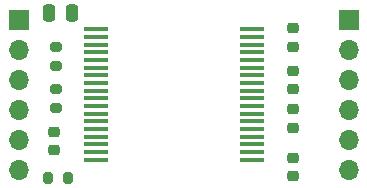
<source format=gbr>
%TF.GenerationSoftware,KiCad,Pcbnew,(6.0.7)*%
%TF.CreationDate,2023-04-08T21:33:57+09:00*%
%TF.ProjectId,motordriver,6d6f746f-7264-4726-9976-65722e6b6963,rev?*%
%TF.SameCoordinates,Original*%
%TF.FileFunction,Soldermask,Top*%
%TF.FilePolarity,Negative*%
%FSLAX46Y46*%
G04 Gerber Fmt 4.6, Leading zero omitted, Abs format (unit mm)*
G04 Created by KiCad (PCBNEW (6.0.7)) date 2023-04-08 21:33:57*
%MOMM*%
%LPD*%
G01*
G04 APERTURE LIST*
G04 Aperture macros list*
%AMRoundRect*
0 Rectangle with rounded corners*
0 $1 Rounding radius*
0 $2 $3 $4 $5 $6 $7 $8 $9 X,Y pos of 4 corners*
0 Add a 4 corners polygon primitive as box body*
4,1,4,$2,$3,$4,$5,$6,$7,$8,$9,$2,$3,0*
0 Add four circle primitives for the rounded corners*
1,1,$1+$1,$2,$3*
1,1,$1+$1,$4,$5*
1,1,$1+$1,$6,$7*
1,1,$1+$1,$8,$9*
0 Add four rect primitives between the rounded corners*
20,1,$1+$1,$2,$3,$4,$5,0*
20,1,$1+$1,$4,$5,$6,$7,0*
20,1,$1+$1,$6,$7,$8,$9,0*
20,1,$1+$1,$8,$9,$2,$3,0*%
G04 Aperture macros list end*
%ADD10RoundRect,0.200000X0.275000X-0.200000X0.275000X0.200000X-0.275000X0.200000X-0.275000X-0.200000X0*%
%ADD11RoundRect,0.225000X-0.250000X0.225000X-0.250000X-0.225000X0.250000X-0.225000X0.250000X0.225000X0*%
%ADD12O,1.700000X1.700000*%
%ADD13R,1.700000X1.700000*%
%ADD14RoundRect,0.225000X0.250000X-0.225000X0.250000X0.225000X-0.250000X0.225000X-0.250000X-0.225000X0*%
%ADD15RoundRect,0.200000X-0.200000X-0.275000X0.200000X-0.275000X0.200000X0.275000X-0.200000X0.275000X0*%
%ADD16R,2.000000X0.450000*%
%ADD17RoundRect,0.250000X-0.250000X-0.475000X0.250000X-0.475000X0.250000X0.475000X-0.250000X0.475000X0*%
G04 APERTURE END LIST*
D10*
%TO.C,R2*%
X132539500Y-94692600D03*
X132539500Y-96342600D03*
%TD*%
D11*
%TO.C,C3*%
X152580100Y-101537400D03*
X152580100Y-99987400D03*
%TD*%
D12*
%TO.C,J2*%
X129364500Y-105080400D03*
X129364500Y-102540400D03*
X129364500Y-100000400D03*
X129364500Y-97460400D03*
X129364500Y-94920400D03*
D13*
X129364500Y-92380400D03*
%TD*%
D12*
%TO.C,J1*%
X157304500Y-105080400D03*
X157304500Y-102540400D03*
X157304500Y-100000400D03*
X157304500Y-97460400D03*
X157304500Y-94920400D03*
D13*
X157304500Y-92380400D03*
%TD*%
D14*
%TO.C,C5*%
X132361700Y-101867000D03*
X132361700Y-103417000D03*
%TD*%
D15*
%TO.C,R3*%
X131866900Y-105791600D03*
X133516900Y-105791600D03*
%TD*%
D10*
%TO.C,R1*%
X132539500Y-98261800D03*
X132539500Y-99911800D03*
%TD*%
D14*
%TO.C,C4*%
X152580100Y-104076800D03*
X152580100Y-105626800D03*
%TD*%
D16*
%TO.C,IC1*%
X149121700Y-93205400D03*
X149121700Y-93855400D03*
X149121700Y-94505400D03*
X149121700Y-95155400D03*
X149121700Y-95805400D03*
X149121700Y-96455400D03*
X149121700Y-97105400D03*
X149121700Y-97755400D03*
X149121700Y-98405400D03*
X149121700Y-99055400D03*
X149121700Y-99705400D03*
X149121700Y-100355400D03*
X149121700Y-101005400D03*
X149121700Y-101655400D03*
X149121700Y-102305400D03*
X149121700Y-102955400D03*
X149121700Y-103605400D03*
X149121700Y-104255400D03*
X135921700Y-104255400D03*
X135921700Y-103605400D03*
X135921700Y-102955400D03*
X135921700Y-102305400D03*
X135921700Y-101655400D03*
X135921700Y-101005400D03*
X135921700Y-100355400D03*
X135921700Y-99705400D03*
X135921700Y-99055400D03*
X135921700Y-98405400D03*
X135921700Y-97755400D03*
X135921700Y-97105400D03*
X135921700Y-96455400D03*
X135921700Y-95805400D03*
X135921700Y-95155400D03*
X135921700Y-94505400D03*
X135921700Y-93855400D03*
X135921700Y-93205400D03*
%TD*%
D14*
%TO.C,C2*%
X152580100Y-96748600D03*
X152580100Y-98298600D03*
%TD*%
D17*
%TO.C,C7*%
X131945100Y-91821600D03*
X133845100Y-91821600D03*
%TD*%
D11*
%TO.C,C1*%
X152580100Y-94679400D03*
X152580100Y-93129400D03*
%TD*%
M02*

</source>
